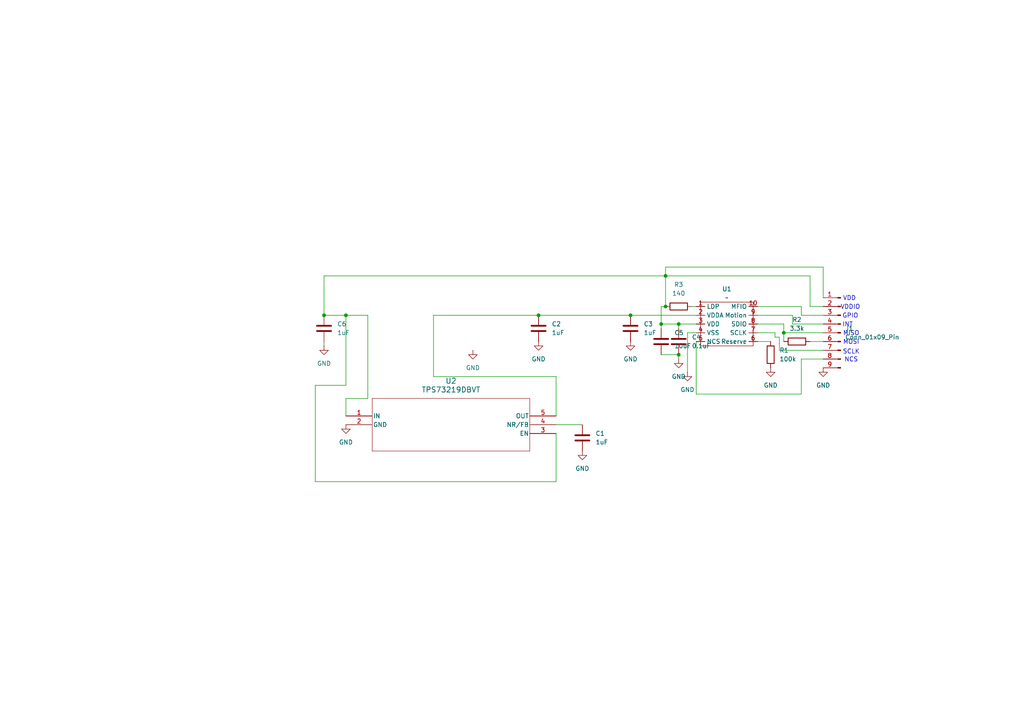
<source format=kicad_sch>
(kicad_sch (version 20231120) (generator "eeschema") (generator_version "8.0")
  (paper "A4")
  (lib_symbols
    (symbol "Connector:Conn_01x09_Pin" (pin_names (offset 1.016) hide)
      (property "Reference" "J" (at 0 12.7 0))
      (property "Value" "Conn_01x09_Pin" (at 0 -12.7 0))
      (symbol "Conn_01x09_Pin_1_1"
        (polyline (pts (xy 1.27 -10.16) (xy 0.8636 -10.16)) (stroke (width 0.1524)))
        (polyline (pts (xy 1.27 -7.62) (xy 0.8636 -7.62)) (stroke (width 0.1524)))
        (polyline (pts (xy 1.27 -5.08) (xy 0.8636 -5.08)) (stroke (width 0.1524)))
        (polyline (pts (xy 1.27 -2.54) (xy 0.8636 -2.54)) (stroke (width 0.1524)))
        (polyline (pts (xy 1.27 0) (xy 0.8636 0)) (stroke (width 0.1524)))
        (polyline (pts (xy 1.27 2.54) (xy 0.8636 2.54)) (stroke (width 0.1524)))
        (polyline (pts (xy 1.27 5.08) (xy 0.8636 5.08)) (stroke (width 0.1524)))
        (polyline (pts (xy 1.27 7.62) (xy 0.8636 7.62)) (stroke (width 0.1524)))
        (polyline (pts (xy 1.27 10.16) (xy 0.8636 10.16)) (stroke (width 0.1524)))
        (rectangle (start 0.8636 -10.033) (end 0 -10.287) (stroke (width 0.1524)) (fill (type outline)))
        (rectangle (start 0.8636 -7.493) (end 0 -7.747) (stroke (width 0.1524)) (fill (type outline)))
        (rectangle (start 0.8636 -4.953) (end 0 -5.207) (stroke (width 0.1524)) (fill (type outline)))
        (rectangle (start 0.8636 -2.413) (end 0 -2.667) (stroke (width 0.1524)) (fill (type outline)))
        (rectangle (start 0.8636 0.127) (end 0 -0.127) (stroke (width 0.1524)) (fill (type outline)))
        (rectangle (start 0.8636 2.667) (end 0 2.413) (stroke (width 0.1524)) (fill (type outline)))
        (rectangle (start 0.8636 5.207) (end 0 4.953) (stroke (width 0.1524)) (fill (type outline)))
        (rectangle (start 0.8636 7.747) (end 0 7.493) (stroke (width 0.1524)) (fill (type outline)))
        (rectangle (start 0.8636 10.287) (end 0 10.033) (stroke (width 0.1524)) (fill (type outline)))
        (pin passive line (at 5.08 10.16 180) (length 3.81) (name "Pin_1") (number "1"))
        (pin passive line (at 5.08 7.62 180) (length 3.81) (name "Pin_2") (number "2"))
        (pin passive line (at 5.08 5.08 180) (length 3.81) (name "Pin_3") (number "3"))
        (pin passive line (at 5.08 2.54 180) (length 3.81) (name "Pin_4") (number "4"))
        (pin passive line (at 5.08 0 180) (length 3.81) (name "Pin_5") (number "5"))
        (pin passive line (at 5.08 -2.54 180) (length 3.81) (name "Pin_6") (number "6"))
        (pin passive line (at 5.08 -5.08 180) (length 3.81) (name "Pin_7") (number "7"))
        (pin passive line (at 5.08 -7.62 180) (length 3.81) (name "Pin_8") (number "8"))
        (pin passive line (at 5.08 -10.16 180) (length 3.81) (name "Pin_9") (number "9"))
      )
    )
    (symbol "Device:C" (pin_numbers hide) (pin_names (offset 0.254))
      (property "Reference" "C" (at 0.635 2.54 0))
      (property "Value" "C" (at 0.635 -2.54 0))
      (symbol "C_0_1"
        (polyline (pts (xy -2.032 -0.762) (xy 2.032 -0.762)) (stroke (width 0.508)))
        (polyline (pts (xy -2.032 0.762) (xy 2.032 0.762)) (stroke (width 0.508)))
      )
      (symbol "C_1_1"
        (pin passive line (at 0 3.81 270) (length 2.794) (name "~") (number "1"))
        (pin passive line (at 0 -3.81 90) (length 2.794) (name "~") (number "2"))
      )
    )
    (symbol "Device:R" (pin_numbers hide) (pin_names (offset 0))
      (property "Reference" "R" (at 2.032 0 90))
      (property "Value" "R" (at 0 0 90))
      (symbol "R_0_1"
        (rectangle (start -1.016 -2.54) (end 1.016 2.54) (stroke (width 0.254)))
      )
      (symbol "R_1_1"
        (pin passive line (at 0 3.81 270) (length 1.27) (name "~") (number "1"))
        (pin passive line (at 0 -3.81 90) (length 1.27) (name "~") (number "2"))
      )
    )
    (symbol "New_Library:Optical_Sensor"
      (property "Reference" "U" (at 0 0 0))
      (symbol "Optical_Sensor_0_1"
        (polyline (pts (xy -35.56 19.05) (xy -20.32 19.05) (xy -20.32 6.35) (xy -35.56 6.35) (xy -35.56 7.62) (xy -35.56 19.05)))
      )
      (symbol "Optical_Sensor_1_1"
        (pin input line (at -36.83 17.78 0) (length 2.54) (name "LDP") (number "1"))
        (pin input line (at -19.05 17.78 180) (length 2.54) (name "MFIO") (number "10"))
        (pin input line (at -36.83 15.24 0) (length 2.54) (name "VDDA") (number "2"))
        (pin input line (at -36.83 12.7 0) (length 2.54) (name "VDD") (number "3"))
        (pin input line (at -36.83 10.16 0) (length 2.54) (name "VSS") (number "4"))
        (pin input line (at -36.83 7.62 0) (length 2.54) (name "NCS") (number "5"))
        (pin input line (at -19.05 7.62 180) (length 2.54) (name "Reserve") (number "6"))
        (pin input line (at -19.05 10.16 180) (length 2.54) (name "SCLK") (number "7"))
        (pin input line (at -19.05 12.7 180) (length 2.54) (name "SDIO") (number "8"))
        (pin output line (at -19.05 15.24 180) (length 2.54) (name "Motion") (number "9"))
      )
    )
    (symbol "New_Library:TPS73219DBVT" (pin_names (offset 0.254))
      (property "Reference" "U" (at 30.48 10.16 0))
      (property "Value" "TPS73219DBVT" (at 30.48 7.62 0))
      (symbol "TPS73219DBVT_0_1"
        (polyline (pts (xy 7.62 -10.16) (xy 53.34 -10.16)) (stroke (width 0.127)))
        (polyline (pts (xy 7.62 5.08) (xy 7.62 -10.16)) (stroke (width 0.127)))
        (polyline (pts (xy 53.34 -10.16) (xy 53.34 5.08)) (stroke (width 0.127)))
        (polyline (pts (xy 53.34 5.08) (xy 7.62 5.08)) (stroke (width 0.127)))
        (pin input line (at 0 0 0) (length 7.62) (name "IN") (number "1"))
        (pin power_in line (at 0 -2.54 0) (length 7.62) (name "GND") (number "2"))
        (pin unspecified line (at 60.96 -5.08 180) (length 7.62) (name "EN") (number "3"))
        (pin bidirectional line (at 60.96 -2.54 180) (length 7.62) (name "NR/FB") (number "4"))
        (pin output line (at 60.96 0 180) (length 7.62) (name "OUT") (number "5"))
      )
    )
    (symbol "power:GND" (power) (pin_numbers hide) (pin_names (offset 0) hide)
      (property "Value" "GND" (at 0 -3.81 0))
      (symbol "GND_0_1"
        (polyline (pts (xy 0 0) (xy 0 -1.27) (xy 1.27 -1.27) (xy 0 -2.54) (xy -1.27 -1.27) (xy 0 -1.27)))
      )
      (symbol "GND_1_1"
        (pin power_in line (at 0 0 270) (length 0) (name "~") (number "1"))
      )
    )
  )
  (junction (at 182.88 91.44))
  (junction (at 196.85 93.98))
  (junction (at 156.21 91.44))
  (junction (at 193.04 80.01))
  (junction (at 196.85 102.87))
  (junction (at 191.77 93.98))
  (junction (at 100.33 91.44))
  (junction (at 193.04 88.9))
  (junction (at 227.33 96.52))
  (junction (at 93.98 91.44))
  (wire (pts (xy 161.29 123.19) (xy 168.91 123.19)))
  (wire (pts (xy 232.41 104.14) (xy 238.76 104.14)))
  (wire (pts (xy 193.04 80.01) (xy 93.98 80.01)))
  (wire (pts (xy 91.44 111.76) (xy 100.33 111.76)))
  (wire (pts (xy 93.98 99.06) (xy 93.98 100.33)))
  (wire (pts (xy 227.33 96.52) (xy 227.33 99.06)))
  (wire (pts (xy 238.76 99.06) (xy 234.95 99.06)))
  (wire (pts (xy 161.29 139.7) (xy 91.44 139.7)))
  (wire (pts (xy 196.85 93.98) (xy 191.77 93.98)))
  (wire (pts (xy 227.33 96.52) (xy 238.76 96.52)))
  (wire (pts (xy 191.77 102.87) (xy 196.85 102.87)))
  (wire (pts (xy 182.88 91.44) (xy 201.93 91.44)))
  (wire (pts (xy 100.33 115.57) (xy 100.33 120.65)))
  (wire (pts (xy 106.68 91.44) (xy 100.33 91.44)))
  (wire (pts (xy 232.41 91.44) (xy 238.76 91.44)))
  (wire (pts (xy 219.71 96.52) (xy 224.79 96.52)))
  (wire (pts (xy 100.33 91.44) (xy 100.33 111.76)))
  (wire (pts (xy 238.76 101.6) (xy 226.06 101.6)))
  (wire (pts (xy 219.71 91.44) (xy 229.87 91.44)))
  (wire (pts (xy 199.39 96.52) (xy 199.39 107.95)))
  (wire (pts (xy 201.93 114.3) (xy 232.41 114.3)))
  (wire (pts (xy 227.33 93.98) (xy 227.33 96.52)))
  (wire (pts (xy 191.77 93.98) (xy 191.77 88.9)))
  (wire (pts (xy 229.87 93.98) (xy 238.76 93.98)))
  (wire (pts (xy 93.98 80.01) (xy 93.98 91.44)))
  (wire (pts (xy 106.68 115.57) (xy 100.33 115.57)))
  (wire (pts (xy 201.93 93.98) (xy 196.85 93.98)))
  (wire (pts (xy 219.71 93.98) (xy 227.33 93.98)))
  (wire (pts (xy 201.93 99.06) (xy 201.93 114.3)))
  (wire (pts (xy 93.98 91.44) (xy 100.33 91.44)))
  (wire (pts (xy 125.73 91.44) (xy 156.21 91.44)))
  (wire (pts (xy 156.21 91.44) (xy 182.88 91.44)))
  (wire (pts (xy 161.29 120.65) (xy 161.29 109.22)))
  (wire (pts (xy 234.95 88.9) (xy 234.95 80.01)))
  (wire (pts (xy 106.68 91.44) (xy 106.68 115.57)))
  (wire (pts (xy 125.73 109.22) (xy 125.73 91.44)))
  (wire (pts (xy 161.29 125.73) (xy 161.29 139.7)))
  (wire (pts (xy 193.04 80.01) (xy 193.04 88.9)))
  (wire (pts (xy 226.06 101.6) (xy 226.06 97.79)))
  (wire (pts (xy 238.76 86.36) (xy 238.76 77.47)))
  (wire (pts (xy 232.41 88.9) (xy 219.71 88.9)))
  (wire (pts (xy 196.85 102.87) (xy 196.85 104.14)))
  (wire (pts (xy 200.66 88.9) (xy 201.93 88.9)))
  (wire (pts (xy 234.95 80.01) (xy 193.04 80.01)))
  (wire (pts (xy 196.85 93.98) (xy 196.85 95.25)))
  (wire (pts (xy 193.04 77.47) (xy 193.04 80.01)))
  (wire (pts (xy 232.41 91.44) (xy 232.41 88.9)))
  (wire (pts (xy 226.06 97.79) (xy 224.79 97.79)))
  (wire (pts (xy 219.71 99.06) (xy 223.52 99.06)))
  (wire (pts (xy 161.29 109.22) (xy 125.73 109.22)))
  (wire (pts (xy 191.77 93.98) (xy 191.77 95.25)))
  (wire (pts (xy 191.77 88.9) (xy 193.04 88.9)))
  (wire (pts (xy 201.93 96.52) (xy 199.39 96.52)))
  (wire (pts (xy 224.79 97.79) (xy 224.79 96.52)))
  (wire (pts (xy 229.87 91.44) (xy 229.87 93.98)))
  (wire (pts (xy 238.76 77.47) (xy 193.04 77.47)))
  (wire (pts (xy 232.41 114.3) (xy 232.41 104.14)))
  (wire (pts (xy 91.44 139.7) (xy 91.44 111.76)))
  (wire (pts (xy 234.95 88.9) (xy 238.76 88.9)))
  (text "SCLK" (at 246.888 102.108 0) (effects (font (size 1.27 1.27))))
  (text "MISO" (at 246.888 96.774 0) (effects (font (size 1.27 1.27))))
  (text "INT" (at 245.872 94.234 0) (effects (font (size 1.27 1.27))))
  (text "VDD" (at 246.38 86.614 0) (effects (font (size 1.27 1.27))))
  (text "MOSI" (at 246.888 99.314 0) (effects (font (size 1.27 1.27))))
  (text "NCS" (at 246.888 104.394 0) (effects (font (size 1.27 1.27))))
  (text "VDDIO\n" (at 246.634 89.154 0) (effects (font (size 1.27 1.27))))
  (text "GPIO" (at 246.634 91.694 0) (effects (font (size 1.27 1.27))))
  (symbol (lib_id "Device:C") (at 93.98 95.25 0) (unit 1)
    (property "Reference" "C6" (at 97.79 93.9799 0) (effects (justify left)))
    (property "Value" "1uF" (at 97.79 96.5199 0) (effects (justify left)))
    (property "Footprint" "Library:CAP_CL10_SAM" (effects (hide yes)))
    (property "Description" "Unpolarized capacitor" (effects (hide yes)))
  )
  (symbol (lib_id "New_Library:Optical_Sensor") (at 238.76 106.68 0) (unit 1)
    (property "Reference" "U1" (at 210.82 83.82 0))
    (property "Value" "~" (at 210.82 86.36 0))
    (property "Footprint" "Library:Optical_Sensor" (effects (hide yes)))
  )
  (symbol (lib_id "Device:C") (at 191.77 99.06 0) (unit 1)
    (property "Reference" "C5" (at 195.58 96.5199 0) (effects (justify left)))
    (property "Value" "10uF" (at 195.58 100.3299 0) (effects (justify left)))
    (property "Footprint" "Library:CAP_CL21_SAM" (effects (hide yes)))
    (property "Description" "Unpolarized capacitor" (effects (hide yes)))
  )
  (symbol (lib_id "power:GND") (at 100.33 123.19 0) (unit 1)
    (property "Reference" "#PWR010" (effects (hide yes)))
    (property "Value" "GND" (at 100.33 128.27 0))
    (property "Description" "Power symbol creates a global label with name \"GND\" , ground" (effects (hide yes)))
  )
  (symbol (lib_id "power:GND") (at 168.91 130.81 0) (unit 1)
    (property "Reference" "#PWR03" (effects (hide yes)))
    (property "Value" "GND" (at 168.91 135.89 0))
    (property "Description" "Power symbol creates a global label with name \"GND\" , ground" (effects (hide yes)))
  )
  (symbol (lib_id "Device:C") (at 182.88 95.25 0) (unit 1)
    (property "Reference" "C3" (at 186.69 93.9799 0) (effects (justify left)))
    (property "Value" "1uF" (at 186.69 96.5199 0) (effects (justify left)))
    (property "Footprint" "Library:CAP_CL10_SAM" (effects (hide yes)))
    (property "Description" "Unpolarized capacitor" (effects (hide yes)))
  )
  (symbol (lib_id "power:GND") (at 199.39 107.95 0) (unit 1)
    (property "Reference" "#PWR06" (effects (hide yes)))
    (property "Value" "GND" (at 199.39 113.03 0))
    (property "Description" "Power symbol creates a global label with name \"GND\" , ground" (effects (hide yes)))
  )
  (symbol (lib_id "Device:C") (at 196.85 99.06 0) (unit 1)
    (property "Reference" "C4" (at 200.66 97.7899 0) (effects (justify left)))
    (property "Value" "0.1uF" (at 200.66 100.3299 0) (effects (justify left)))
    (property "Footprint" "Library:CAP_CL05_SAM" (effects (hide yes)))
    (property "Description" "Unpolarized capacitor" (effects (hide yes)))
  )
  (symbol (lib_id "Device:R") (at 223.52 102.87 0) (unit 1)
    (property "Reference" "R1" (at 226.06 101.5999 0) (effects (justify left)))
    (property "Value" "100k" (at 226.06 104.1399 0) (effects (justify left)))
    (property "Footprint" "Library:RC0603N_PAN" (effects (hide yes)))
    (property "Description" "Resistor" (effects (hide yes)))
  )
  (symbol (lib_id "Connector:Conn_01x09_Pin") (at 243.84 96.52 0) (mirror y) (unit 1)
    (property "Reference" "J1" (at 245.11 95.2499 0) (effects (justify right)))
    (property "Value" "Conn_01x09_Pin" (at 245.11 97.7899 0) (effects (justify right)))
    (property "Footprint" "Connector_PinHeader_1.00mm:PinHeader_1x09_P1.00mm_Vertical" (effects (hide yes)))
    (property "Description" "Generic connector, single row, 01x09, script generated" (effects (hide yes)))
  )
  (symbol (lib_id "power:GND") (at 223.52 106.68 0) (unit 1)
    (property "Reference" "#PWR01" (effects (hide yes)))
    (property "Value" "GND" (at 223.52 111.76 0))
    (property "Description" "Power symbol creates a global label with name \"GND\" , ground" (effects (hide yes)))
  )
  (symbol (lib_id "Device:R") (at 231.14 99.06 270) (unit 1)
    (property "Reference" "R2" (at 231.14 92.71 90))
    (property "Value" "3.3k" (at 231.14 95.25 90))
    (property "Footprint" "Library:RC0603N_PAN" (effects (hide yes)))
    (property "Description" "Resistor" (effects (hide yes)))
  )
  (symbol (lib_id "Device:C") (at 168.91 127 0) (unit 1)
    (property "Reference" "C1" (at 172.72 125.7299 0) (effects (justify left)))
    (property "Value" "1uF" (at 172.72 128.2699 0) (effects (justify left)))
    (property "Footprint" "Library:CAP_CL10_SAM" (effects (hide yes)))
    (property "Description" "Unpolarized capacitor" (effects (hide yes)))
  )
  (symbol (lib_id "power:GND") (at 93.98 100.33 0) (unit 1)
    (property "Reference" "#PWR08" (effects (hide yes)))
    (property "Value" "GND" (at 93.98 105.41 0))
    (property "Description" "Power symbol creates a global label with name \"GND\" , ground" (effects (hide yes)))
  )
  (symbol (lib_id "power:GND") (at 182.88 99.06 0) (unit 1)
    (property "Reference" "#PWR05" (effects (hide yes)))
    (property "Value" "GND" (at 182.88 104.14 0))
    (property "Description" "Power symbol creates a global label with name \"GND\" , ground" (effects (hide yes)))
  )
  (symbol (lib_id "Device:R") (at 196.85 88.9 270) (unit 1)
    (property "Reference" "R3" (at 196.85 82.55 90))
    (property "Value" "140" (at 196.85 85.09 90))
    (property "Footprint" "Library:RC0603N_PAN" (effects (hide yes)))
    (property "Description" "Resistor" (effects (hide yes)))
  )
  (symbol (lib_id "power:GND") (at 137.16 101.6 0) (unit 1)
    (property "Reference" "#PWR02" (effects (hide yes)))
    (property "Value" "GND" (at 137.16 106.68 0))
    (property "Description" "Power symbol creates a global label with name \"GND\" , ground" (effects (hide yes)))
  )
  (symbol (lib_id "Device:C") (at 156.21 95.25 0) (unit 1)
    (property "Reference" "C2" (at 160.02 93.9799 0) (effects (justify left)))
    (property "Value" "1uF" (at 160.02 96.5199 0) (effects (justify left)))
    (property "Footprint" "Library:CAP_CL10_SAM" (effects (hide yes)))
    (property "Description" "Unpolarized capacitor" (effects (hide yes)))
  )
  (symbol (lib_id "power:GND") (at 156.21 99.06 0) (unit 1)
    (property "Reference" "#PWR04" (effects (hide yes)))
    (property "Value" "GND" (at 156.21 104.14 0))
    (property "Description" "Power symbol creates a global label with name \"GND\" , ground" (effects (hide yes)))
  )
  (symbol (lib_id "New_Library:TPS73219DBVT") (at 100.33 120.65 0) (unit 1)
    (property "Reference" "U2" (at 130.81 110.49 0) (effects (font (size 1.524 1.524))))
    (property "Value" "TPS73219DBVT" (at 130.81 113.03 0) (effects (font (size 1.524 1.524))))
    (property "Footprint" "Library:DBV5_TEX" (effects (hide yes)))
    (property "Datasheet" "TPS73219DBVT" (effects (hide yes)))
  )
  (symbol (lib_id "power:GND") (at 238.76 106.68 0) (unit 1)
    (property "Reference" "#PWR09" (effects (hide yes)))
    (property "Value" "GND" (at 238.76 111.76 0))
    (property "Description" "Power symbol creates a global label with name \"GND\" , ground" (effects (hide yes)))
  )
  (symbol (lib_id "power:GND") (at 196.85 104.14 0) (unit 1)
    (property "Reference" "#PWR07" (effects (hide yes)))
    (property "Value" "GND" (at 196.85 109.22 0))
    (property "Description" "Power symbol creates a global label with name \"GND\" , ground" (effects (hide yes)))
  )
)
</source>
